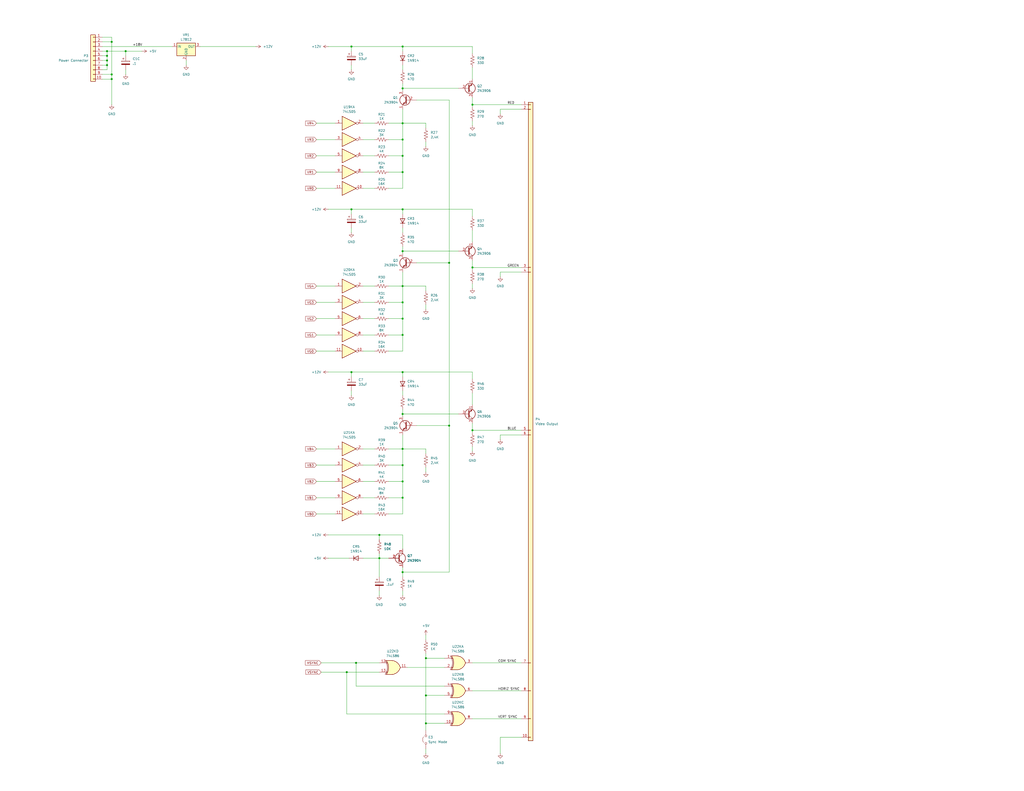
<source format=kicad_sch>
(kicad_sch (version 20231120) (generator "eeschema") (generator_version "8.0")
  (paper "C")
  (title_block (title "Exidy 440") (company "Exidy") (comment 1 "Anton Gale") (comment 4 "Video Output"))
  (lib_symbols
    (symbol "Conn_01x10_1" (pin_names (offset 1.016) hide)
      (property "Reference" "P4" (at 2.54 0.0001 0))
      (property "Value" "Video Output" (at 2.54 -2.5399 0))
      (symbol "Conn_01x10_1_1_1"
        (pin passive line (at -5.08 10.16 0) (length 3.81) (name "Pin_1") (number "1"))
        (pin passive line (at -5.08 -335.28 0) (length 3.81) (name "Pin_10") (number "10"))
        (pin passive line (at -5.08 7.62 0) (length 3.81) (name "Pin_2") (number "2"))
        (pin passive line (at -5.08 -78.74 0) (length 3.81) (name "Pin_3") (number "3"))
        (pin passive line (at -5.08 -81.28 0) (length 3.81) (name "Pin_4") (number "4"))
        (pin passive line (at -5.08 -167.64 0) (length 3.81) (name "Pin_5") (number "5"))
        (pin passive line (at -5.08 -170.18 0) (length 3.81) (name "Pin_6") (number "6"))
        (pin passive line (at -5.08 -294.64 0) (length 3.81) (name "Pin_7") (number "7"))
        (pin passive line (at -5.08 -309.88 0) (length 3.81) (name "Pin_8") (number "8"))
        (pin passive line (at -5.08 -325.12 0) (length 3.81) (name "Pin_9") (number "9"))
      )
    )
    (symbol "Connector_Generic:Conn_01x10" (pin_names (offset 1.016) hide)
      (property "Reference" "J" (at 0 12.7 0))
      (property "Value" "Conn_01x10" (at 0 -15.24 0))
      (symbol "Conn_01x10_1_1"
        (pin passive line (at -5.08 10.16 0) (length 3.81) (name "Pin_1") (number "1"))
        (pin passive line (at -5.08 -12.7 0) (length 3.81) (name "Pin_10") (number "10"))
        (pin passive line (at -5.08 7.62 0) (length 3.81) (name "Pin_2") (number "2"))
        (pin passive line (at -5.08 5.08 0) (length 3.81) (name "Pin_3") (number "3"))
        (pin passive line (at -5.08 2.54 0) (length 3.81) (name "Pin_4") (number "4"))
        (pin passive line (at -5.08 0 0) (length 3.81) (name "Pin_5") (number "5"))
        (pin passive line (at -5.08 -2.54 0) (length 3.81) (name "Pin_6") (number "6"))
        (pin passive line (at -5.08 -5.08 0) (length 3.81) (name "Pin_7") (number "7"))
        (pin passive line (at -5.08 -7.62 0) (length 3.81) (name "Pin_8") (number "8"))
        (pin passive line (at -5.08 -10.16 0) (length 3.81) (name "Pin_9") (number "9"))
      )
    )
    (symbol "Device:C_Polarized" (pin_numbers hide) (pin_names (offset 0.254))
      (property "Reference" "C" (at 0.635 2.54 0))
      (property "Value" "C_Polarized" (at 0.635 -2.54 0))
      (symbol "C_Polarized_1_1"
        (pin passive line (at 0 3.81 270) (length 2.794) (name "~") (number "1"))
        (pin passive line (at 0 -3.81 90) (length 2.794) (name "~") (number "2"))
      )
    )
    (symbol "Device:R_US" (pin_numbers hide) (pin_names (offset 0))
      (property "Reference" "R" (at 2.54 0 90))
      (property "Value" "R_US" (at -2.54 0 90))
      (symbol "R_US_1_1"
        (pin passive line (at 0 3.81 270) (length 1.27) (name "~") (number "1"))
        (pin passive line (at 0 -3.81 90) (length 1.27) (name "~") (number "2"))
      )
    )
    (symbol "Diode:1N914" (pin_numbers hide) (pin_names hide)
      (property "Reference" "D" (at 0 2.54 0))
      (property "Value" "1N914" (at 0 -2.54 0))
      (symbol "1N914_1_1"
        (pin passive line (at -3.81 0 0) (length 2.54) (name "K") (number "1"))
        (pin passive line (at 3.81 0 180) (length 2.54) (name "A") (number "2"))
      )
    )
    (symbol "Jumper:Jumper_2_Open" (pin_numbers hide) (pin_names (offset 0) hide) (exclude_from_sim yes)
      (property "Reference" "JP" (at 0 2.794 0))
      (property "Value" "Jumper_2_Open" (at 0 -2.286 0))
      (symbol "Jumper_2_Open_1_1"
        (pin passive line (at -5.08 0 0) (length 2.54) (name "A") (number "1"))
        (pin passive line (at 5.08 0 180) (length 2.54) (name "B") (number "2"))
      )
    )
    (symbol "Regulator_Linear:L7812" (pin_names (offset 0.254))
      (property "Reference" "U" (at -3.81 3.175 0))
      (property "Value" "L7812" (at 0 3.175 0))
      (symbol "L7812_1_1"
        (pin power_in line (at -7.62 0 0) (length 2.54) (name "IN") (number "1"))
        (pin power_in line (at 0 -7.62 90) (length 2.54) (name "GND") (number "2"))
        (pin power_out line (at 7.62 0 180) (length 2.54) (name "OUT") (number "3"))
      )
    )
    (symbol "Transistor_BJT:2N3904" (pin_names (offset 0) hide)
      (property "Reference" "Q" (at 5.08 1.905 0))
      (property "Value" "2N3904" (at 5.08 0 0))
      (symbol "2N3904_1_1"
        (pin passive line (at 2.54 -5.08 90) (length 2.54) (name "E") (number "1"))
        (pin passive line (at -5.08 0 0) (length 5.715) (name "B") (number "2"))
        (pin passive line (at 2.54 5.08 270) (length 2.54) (name "C") (number "3"))
      )
    )
    (symbol "Transistor_BJT:2N3906" (pin_names (offset 0) hide)
      (property "Reference" "Q" (at 5.08 1.905 0))
      (property "Value" "2N3906" (at 5.08 0 0))
      (symbol "2N3906_1_1"
        (pin passive line (at 2.54 -5.08 90) (length 2.54) (name "E") (number "1"))
        (pin input line (at -5.08 0 0) (length 5.715) (name "B") (number "2"))
        (pin passive line (at 2.54 5.08 270) (length 2.54) (name "C") (number "3"))
      )
    )
    (symbol "jt74:74LS05" (pin_names (offset 1.016))
      (property "Reference" "U" (at 0 1.27 0))
      (property "Value" "74LS05" (at 0 -1.27 0))
      (symbol "74LS05_1_0"
        (pin input line (at -7.62 0 0) (length 3.81) (name "~") (number "1"))
        (pin open_collector inverted (at 7.62 0 180) (length 3.81) (name "~") (number "2"))
      )
      (symbol "74LS05_2_0"
        (pin input line (at -7.62 0 0) (length 3.81) (name "~") (number "3"))
        (pin open_collector inverted (at 7.62 0 180) (length 3.81) (name "~") (number "4"))
      )
      (symbol "74LS05_3_0"
        (pin input line (at -7.62 0 0) (length 3.81) (name "~") (number "5"))
        (pin open_collector inverted (at 7.62 0 180) (length 3.81) (name "~") (number "6"))
      )
      (symbol "74LS05_4_0"
        (pin open_collector inverted (at 7.62 0 180) (length 3.81) (name "~") (number "8"))
        (pin input line (at -7.62 0 0) (length 3.81) (name "~") (number "9"))
      )
      (symbol "74LS05_5_0"
        (pin open_collector inverted (at 7.62 0 180) (length 3.81) (name "~") (number "10"))
        (pin input line (at -7.62 0 0) (length 3.81) (name "~") (number "11"))
      )
      (symbol "74LS05_6_0"
        (pin open_collector inverted (at 7.62 0 180) (length 3.81) (name "~") (number "12"))
        (pin input line (at -7.62 0 0) (length 3.81) (name "~") (number "13"))
      )
      (symbol "74LS05_7_0"
        (pin input line (at 0 12.7 270) (length 5.08) hide (name "VCC") (number "14"))
        (pin input line (at 0 -12.7 90) (length 5.08) hide (name "GND") (number "7"))
      )
    )
    (symbol "jt74:74LS86" (pin_names (offset 1.016))
      (property "Reference" "U" (at 0 1.27 0))
      (property "Value" "74LS86" (at 0 -1.27 0))
      (symbol "74LS86_1_0"
        (pin input line (at -7.62 2.54 0) (length 4.445) (name "~") (number "1"))
        (pin input line (at -7.62 -2.54 0) (length 4.445) (name "~") (number "2"))
        (pin output line (at 7.62 0 180) (length 3.81) (name "~") (number "3"))
      )
      (symbol "74LS86_2_0"
        (pin input line (at -7.62 2.54 0) (length 4.445) (name "~") (number "4"))
        (pin input line (at -7.62 -2.54 0) (length 4.445) (name "~") (number "5"))
        (pin output line (at 7.62 0 180) (length 3.81) (name "~") (number "6"))
      )
      (symbol "74LS86_3_0"
        (pin input line (at -7.62 -2.54 0) (length 4.445) (name "~") (number "10"))
        (pin output line (at 7.62 0 180) (length 3.81) (name "~") (number "8"))
        (pin input line (at -7.62 2.54 0) (length 4.445) (name "~") (number "9"))
      )
      (symbol "74LS86_4_0"
        (pin output line (at 7.62 0 180) (length 3.81) (name "~") (number "11"))
        (pin input line (at -7.62 2.54 0) (length 4.445) (name "~") (number "12"))
        (pin input line (at -7.62 -2.54 0) (length 4.445) (name "~") (number "13"))
      )
      (symbol "74LS86_5_0"
        (pin power_in line (at 0 7.62 270) (length 5.08) hide (name "VCC") (number "14"))
        (pin power_in line (at 0 -7.62 90) (length 5.08) hide (name "GND") (number "7"))
      )
      (symbol "74LS86_5_1"
        (text "+" (at 0 6.35 0) (effects (font (size 1.27 1.27))))
      )
    )
    (symbol "power:+12V" (power) (pin_numbers hide) (pin_names (offset 0) hide)
      (property "Value" "+12V" (at 0 3.556 0))
      (symbol "+12V_1_1"
        (pin power_in line (at 0 0 90) (length 0) (name "~") (number "1"))
      )
    )
    (symbol "power:+5V" (power) (pin_numbers hide) (pin_names (offset 0) hide)
      (property "Value" "+5V" (at 0 3.556 0))
      (symbol "+5V_1_1"
        (pin power_in line (at 0 0 90) (length 0) (name "~") (number "1"))
      )
    )
    (symbol "power:GND" (power) (pin_numbers hide) (pin_names (offset 0) hide)
      (property "Value" "GND" (at 0 -3.81 0))
      (symbol "GND_1_1"
        (pin power_in line (at 0 0 270) (length 0) (name "~") (number "1"))
      )
    )
  )
  (junction (at 219.71 254))
  (junction (at 257.81 234.95))
  (junction (at 219.71 226.06))
  (junction (at 219.71 25.4))
  (junction (at 191.77 25.4))
  (junction (at 257.81 57.15))
  (junction (at 219.71 262.89))
  (junction (at 219.71 48.26))
  (junction (at 219.71 173.99))
  (junction (at 219.71 93.98))
  (junction (at 191.77 203.2))
  (junction (at 60.96 40.64))
  (junction (at 58.42 35.56))
  (junction (at 191.77 114.3))
  (junction (at 219.71 245.11))
  (junction (at 245.11 232.41))
  (junction (at 219.71 67.31))
  (junction (at 245.11 143.51))
  (junction (at 194.31 361.95))
  (junction (at 219.71 156.21))
  (junction (at 207.01 292.1))
  (junction (at 219.71 271.78))
  (junction (at 219.71 182.88))
  (junction (at 219.71 76.2))
  (junction (at 219.71 312.42))
  (junction (at 60.96 22.86))
  (junction (at 58.42 27.94))
  (junction (at 189.23 367.03))
  (junction (at 232.41 379.73))
  (junction (at 257.81 146.05))
  (junction (at 219.71 137.16))
  (junction (at 219.71 203.2))
  (junction (at 219.71 114.3))
  (junction (at 232.41 394.97))
  (junction (at 219.71 85.09))
  (junction (at 58.42 30.48))
  (junction (at 232.41 359.41))
  (junction (at 207.01 304.8))
  (junction (at 58.42 33.02))
  (junction (at 219.71 165.1))
  (junction (at 68.58 27.94))
  (junction (at 60.96 43.18))
  (wire (pts (xy 55.88 20.32) (xy 60.96 20.32)))
  (wire (pts (xy 219.71 48.26) (xy 250.19 48.26)))
  (wire (pts (xy 219.71 25.4) (xy 257.81 25.4)))
  (wire (pts (xy 232.41 394.97) (xy 232.41 379.73)))
  (wire (pts (xy 212.09 254) (xy 219.71 254)))
  (wire (pts (xy 232.41 349.25) (xy 232.41 346.71)))
  (wire (pts (xy 179.07 203.2) (xy 191.77 203.2)))
  (wire (pts (xy 172.72 280.67) (xy 182.88 280.67)))
  (wire (pts (xy 198.12 93.98) (xy 204.47 93.98)))
  (wire (pts (xy 55.88 38.1) (xy 58.42 38.1)))
  (wire (pts (xy 175.26 361.95) (xy 194.31 361.95)))
  (wire (pts (xy 191.77 38.1) (xy 191.77 35.56)))
  (wire (pts (xy 58.42 33.02) (xy 58.42 30.48)))
  (wire (pts (xy 60.96 40.64) (xy 60.96 43.18)))
  (wire (pts (xy 219.71 213.36) (xy 219.71 215.9)))
  (wire (pts (xy 219.71 237.49) (xy 219.71 245.11)))
  (wire (pts (xy 257.81 125.73) (xy 257.81 132.08)))
  (wire (pts (xy 198.12 156.21) (xy 204.47 156.21)))
  (wire (pts (xy 207.01 304.8) (xy 207.01 302.26)))
  (wire (pts (xy 55.88 30.48) (xy 58.42 30.48)))
  (wire (pts (xy 227.33 143.51) (xy 245.11 143.51)))
  (wire (pts (xy 198.12 76.2) (xy 204.47 76.2)))
  (wire (pts (xy 232.41 408.94) (xy 232.41 411.48)))
  (wire (pts (xy 55.88 22.86) (xy 60.96 22.86)))
  (wire (pts (xy 219.71 203.2) (xy 257.81 203.2)))
  (wire (pts (xy 68.58 40.64) (xy 68.58 38.1)))
  (wire (pts (xy 191.77 203.2) (xy 219.71 203.2)))
  (wire (pts (xy 257.81 234.95) (xy 284.48 234.95)))
  (wire (pts (xy 219.71 114.3) (xy 257.81 114.3)))
  (wire (pts (xy 227.33 232.41) (xy 245.11 232.41)))
  (wire (pts (xy 175.26 367.03) (xy 189.23 367.03)))
  (wire (pts (xy 207.01 325.12) (xy 207.01 322.58)))
  (wire (pts (xy 245.11 232.41) (xy 245.11 312.42)))
  (wire (pts (xy 55.88 33.02) (xy 58.42 33.02)))
  (wire (pts (xy 219.71 254) (xy 219.71 262.89)))
  (wire (pts (xy 109.22 25.4) (xy 139.7 25.4)))
  (wire (pts (xy 179.07 304.8) (xy 190.5 304.8)))
  (wire (pts (xy 212.09 191.77) (xy 219.71 191.77)))
  (wire (pts (xy 257.81 142.24) (xy 257.81 146.05)))
  (wire (pts (xy 232.41 394.97) (xy 232.41 398.78)))
  (wire (pts (xy 212.09 156.21) (xy 219.71 156.21)))
  (wire (pts (xy 212.09 262.89) (xy 219.71 262.89)))
  (wire (pts (xy 232.41 379.73) (xy 242.57 379.73)))
  (wire (pts (xy 219.71 48.26) (xy 219.71 49.53)))
  (wire (pts (xy 212.09 304.8) (xy 207.01 304.8)))
  (wire (pts (xy 172.72 102.87) (xy 182.88 102.87)))
  (wire (pts (xy 198.12 280.67) (xy 204.47 280.67)))
  (wire (pts (xy 273.05 148.59) (xy 273.05 151.13)))
  (wire (pts (xy 257.81 146.05) (xy 284.48 146.05)))
  (wire (pts (xy 191.77 215.9) (xy 191.77 213.36)))
  (wire (pts (xy 194.31 374.65) (xy 194.31 361.95)))
  (wire (pts (xy 219.71 309.88) (xy 219.71 312.42)))
  (wire (pts (xy 212.09 102.87) (xy 219.71 102.87)))
  (wire (pts (xy 172.72 85.09) (xy 182.88 85.09)))
  (wire (pts (xy 198.12 262.89) (xy 204.47 262.89)))
  (wire (pts (xy 198.12 271.78) (xy 204.47 271.78)))
  (wire (pts (xy 273.05 59.69) (xy 273.05 62.23)))
  (wire (pts (xy 198.12 173.99) (xy 204.47 173.99)))
  (wire (pts (xy 207.01 314.96) (xy 207.01 304.8)))
  (wire (pts (xy 257.81 214.63) (xy 257.81 220.98)))
  (wire (pts (xy 284.48 402.59) (xy 273.05 402.59)))
  (wire (pts (xy 189.23 389.89) (xy 189.23 367.03)))
  (wire (pts (xy 198.12 182.88) (xy 204.47 182.88)))
  (wire (pts (xy 101.6 35.56) (xy 101.6 33.02)))
  (wire (pts (xy 58.42 27.94) (xy 58.42 30.48)))
  (wire (pts (xy 219.71 67.31) (xy 232.41 67.31)))
  (wire (pts (xy 212.09 173.99) (xy 219.71 173.99)))
  (wire (pts (xy 207.01 292.1) (xy 219.71 292.1)))
  (wire (pts (xy 219.71 156.21) (xy 219.71 165.1)))
  (wire (pts (xy 194.31 361.95) (xy 207.01 361.95)))
  (wire (pts (xy 257.81 147.32) (xy 257.81 146.05)))
  (wire (pts (xy 212.09 165.1) (xy 219.71 165.1)))
  (wire (pts (xy 172.72 182.88) (xy 182.88 182.88)))
  (wire (pts (xy 172.72 271.78) (xy 182.88 271.78)))
  (wire (pts (xy 55.88 40.64) (xy 60.96 40.64)))
  (wire (pts (xy 284.48 148.59) (xy 273.05 148.59)))
  (wire (pts (xy 242.57 389.89) (xy 189.23 389.89)))
  (wire (pts (xy 172.72 93.98) (xy 182.88 93.98)))
  (wire (pts (xy 242.57 374.65) (xy 194.31 374.65)))
  (wire (pts (xy 257.81 25.4) (xy 257.81 29.21)))
  (wire (pts (xy 222.25 364.49) (xy 242.57 364.49)))
  (wire (pts (xy 212.09 182.88) (xy 219.71 182.88)))
  (wire (pts (xy 191.77 25.4) (xy 191.77 27.94)))
  (wire (pts (xy 172.72 245.11) (xy 182.88 245.11)))
  (wire (pts (xy 219.71 173.99) (xy 219.71 182.88)))
  (wire (pts (xy 257.81 157.48) (xy 257.81 154.94)))
  (wire (pts (xy 172.72 191.77) (xy 182.88 191.77)))
  (wire (pts (xy 219.71 182.88) (xy 219.71 191.77)))
  (wire (pts (xy 191.77 127) (xy 191.77 124.46)))
  (wire (pts (xy 242.57 394.97) (xy 232.41 394.97)))
  (wire (pts (xy 219.71 156.21) (xy 232.41 156.21)))
  (wire (pts (xy 257.81 231.14) (xy 257.81 234.95)))
  (wire (pts (xy 257.81 361.95) (xy 284.48 361.95)))
  (wire (pts (xy 207.01 294.64) (xy 207.01 292.1)))
  (wire (pts (xy 219.71 124.46) (xy 219.71 127)))
  (wire (pts (xy 232.41 69.85) (xy 232.41 67.31)))
  (wire (pts (xy 172.72 76.2) (xy 182.88 76.2)))
  (wire (pts (xy 232.41 247.65) (xy 232.41 245.11)))
  (wire (pts (xy 219.71 137.16) (xy 250.19 137.16)))
  (wire (pts (xy 257.81 57.15) (xy 284.48 57.15)))
  (wire (pts (xy 219.71 148.59) (xy 219.71 156.21)))
  (wire (pts (xy 172.72 156.21) (xy 182.88 156.21)))
  (wire (pts (xy 212.09 93.98) (xy 219.71 93.98)))
  (wire (pts (xy 273.05 237.49) (xy 273.05 240.03)))
  (wire (pts (xy 242.57 359.41) (xy 232.41 359.41)))
  (wire (pts (xy 55.88 35.56) (xy 58.42 35.56)))
  (wire (pts (xy 68.58 27.94) (xy 68.58 30.48)))
  (wire (pts (xy 219.71 226.06) (xy 250.19 226.06)))
  (wire (pts (xy 55.88 25.4) (xy 93.98 25.4)))
  (wire (pts (xy 198.12 102.87) (xy 204.47 102.87)))
  (wire (pts (xy 198.12 191.77) (xy 204.47 191.77)))
  (wire (pts (xy 219.71 76.2) (xy 219.71 85.09)))
  (wire (pts (xy 219.71 59.69) (xy 219.71 67.31)))
  (wire (pts (xy 172.72 67.31) (xy 182.88 67.31)))
  (wire (pts (xy 232.41 168.91) (xy 232.41 166.37)))
  (wire (pts (xy 257.81 377.19) (xy 284.48 377.19)))
  (wire (pts (xy 198.12 254) (xy 204.47 254)))
  (wire (pts (xy 219.71 85.09) (xy 219.71 93.98)))
  (wire (pts (xy 55.88 43.18) (xy 60.96 43.18)))
  (wire (pts (xy 257.81 203.2) (xy 257.81 207.01)))
  (wire (pts (xy 232.41 80.01) (xy 232.41 77.47)))
  (wire (pts (xy 219.71 245.11) (xy 219.71 254)))
  (wire (pts (xy 219.71 262.89) (xy 219.71 271.78)))
  (wire (pts (xy 58.42 27.94) (xy 68.58 27.94)))
  (wire (pts (xy 232.41 257.81) (xy 232.41 255.27)))
  (wire (pts (xy 219.71 165.1) (xy 219.71 173.99)))
  (wire (pts (xy 219.71 67.31) (xy 219.71 76.2)))
  (wire (pts (xy 198.12 245.11) (xy 204.47 245.11)))
  (wire (pts (xy 191.77 25.4) (xy 219.71 25.4)))
  (wire (pts (xy 257.81 246.38) (xy 257.81 243.84)))
  (wire (pts (xy 219.71 314.96) (xy 219.71 312.42)))
  (wire (pts (xy 257.81 392.43) (xy 284.48 392.43)))
  (wire (pts (xy 257.81 53.34) (xy 257.81 57.15)))
  (wire (pts (xy 219.71 137.16) (xy 219.71 138.43)))
  (wire (pts (xy 212.09 280.67) (xy 219.71 280.67)))
  (wire (pts (xy 191.77 203.2) (xy 191.77 205.74)))
  (wire (pts (xy 198.12 304.8) (xy 207.01 304.8)))
  (wire (pts (xy 257.81 68.58) (xy 257.81 66.04)))
  (wire (pts (xy 257.81 36.83) (xy 257.81 43.18)))
  (wire (pts (xy 55.88 27.94) (xy 58.42 27.94)))
  (wire (pts (xy 257.81 114.3) (xy 257.81 118.11)))
  (wire (pts (xy 191.77 114.3) (xy 219.71 114.3)))
  (wire (pts (xy 219.71 93.98) (xy 219.71 102.87)))
  (wire (pts (xy 273.05 402.59) (xy 273.05 411.48)))
  (wire (pts (xy 212.09 271.78) (xy 219.71 271.78)))
  (wire (pts (xy 219.71 27.94) (xy 219.71 25.4)))
  (wire (pts (xy 172.72 165.1) (xy 182.88 165.1)))
  (wire (pts (xy 284.48 237.49) (xy 273.05 237.49)))
  (wire (pts (xy 172.72 262.89) (xy 182.88 262.89)))
  (wire (pts (xy 232.41 158.75) (xy 232.41 156.21)))
  (wire (pts (xy 245.11 54.61) (xy 245.11 143.51)))
  (wire (pts (xy 245.11 143.51) (xy 245.11 232.41)))
  (wire (pts (xy 198.12 67.31) (xy 204.47 67.31)))
  (wire (pts (xy 212.09 76.2) (xy 219.71 76.2)))
  (wire (pts (xy 219.71 45.72) (xy 219.71 48.26)))
  (wire (pts (xy 219.71 325.12) (xy 219.71 322.58)))
  (wire (pts (xy 172.72 254) (xy 182.88 254)))
  (wire (pts (xy 60.96 22.86) (xy 60.96 40.64)))
  (wire (pts (xy 179.07 292.1) (xy 207.01 292.1)))
  (wire (pts (xy 198.12 165.1) (xy 204.47 165.1)))
  (wire (pts (xy 172.72 173.99) (xy 182.88 173.99)))
  (wire (pts (xy 257.81 236.22) (xy 257.81 234.95)))
  (wire (pts (xy 219.71 226.06) (xy 219.71 227.33)))
  (wire (pts (xy 219.71 205.74) (xy 219.71 203.2)))
  (wire (pts (xy 219.71 134.62) (xy 219.71 137.16)))
  (wire (pts (xy 219.71 245.11) (xy 232.41 245.11)))
  (wire (pts (xy 257.81 58.42) (xy 257.81 57.15)))
  (wire (pts (xy 219.71 35.56) (xy 219.71 38.1)))
  (wire (pts (xy 179.07 25.4) (xy 191.77 25.4)))
  (wire (pts (xy 189.23 367.03) (xy 207.01 367.03)))
  (wire (pts (xy 198.12 85.09) (xy 204.47 85.09)))
  (wire (pts (xy 227.33 54.61) (xy 245.11 54.61)))
  (wire (pts (xy 60.96 20.32) (xy 60.96 22.86)))
  (wire (pts (xy 232.41 356.87) (xy 232.41 359.41)))
  (wire (pts (xy 284.48 59.69) (xy 273.05 59.69)))
  (wire (pts (xy 212.09 67.31) (xy 219.71 67.31)))
  (wire (pts (xy 58.42 38.1) (xy 58.42 35.56)))
  (wire (pts (xy 212.09 85.09) (xy 219.71 85.09)))
  (wire (pts (xy 68.58 27.94) (xy 77.47 27.94)))
  (wire (pts (xy 58.42 35.56) (xy 58.42 33.02)))
  (wire (pts (xy 232.41 359.41) (xy 232.41 379.73)))
  (wire (pts (xy 219.71 223.52) (xy 219.71 226.06)))
  (wire (pts (xy 219.71 299.72) (xy 219.71 292.1)))
  (wire (pts (xy 219.71 271.78) (xy 219.71 280.67)))
  (wire (pts (xy 191.77 114.3) (xy 191.77 116.84)))
  (wire (pts (xy 245.11 312.42) (xy 219.71 312.42)))
  (wire (pts (xy 219.71 116.84) (xy 219.71 114.3)))
  (wire (pts (xy 179.07 114.3) (xy 191.77 114.3)))
  (wire (pts (xy 60.96 43.18) (xy 60.96 57.15)))
  (wire (pts (xy 212.09 245.11) (xy 219.71 245.11)))
  (label "GREEN" (at 276.86 146.05 0))
  (label "COM SYNC" (at 271.78 361.95 0))
  (label "+18V" (at 72.39 25.4 0))
  (label "BLUE" (at 276.86 234.95 0))
  (label "RED" (at 276.86 57.15 0))
  (label "HORIZ SYNC" (at 271.78 377.19 0))
  (label "VERT SYNC" (at 271.78 392.43 0))
  (global_label "VB1" (shape input) (at 172.72 271.78 180) (property "Intersheetrefs" "${INTERSHEET_REFS}" (at 166.1667 271.78 0) (effects (justify right))))
  (global_label "VG1" (shape input) (at 172.72 182.88 180) (property "Intersheetrefs" "${INTERSHEET_REFS}" (at 166.1667 182.88 0) (effects (justify right))))
  (global_label "VR1" (shape input) (at 172.72 93.98 180) (property "Intersheetrefs" "${INTERSHEET_REFS}" (at 166.1667 93.98 0) (effects (justify right))))
  (global_label "VSYNC" (shape input) (at 175.26 367.03 180) (property "Intersheetrefs" "${INTERSHEET_REFS}" (at 166.2876 367.03 0) (effects (justify right))))
  (global_label "VR3" (shape input) (at 172.72 76.2 180) (property "Intersheetrefs" "${INTERSHEET_REFS}" (at 166.1667 76.2 0) (effects (justify right))))
  (global_label "VB2" (shape input) (at 172.72 262.89 180) (property "Intersheetrefs" "${INTERSHEET_REFS}" (at 166.1667 262.89 0) (effects (justify right))))
  (global_label "VG3" (shape input) (at 172.72 165.1 180) (property "Intersheetrefs" "${INTERSHEET_REFS}" (at 166.1667 165.1 0) (effects (justify right))))
  (global_label "VB3" (shape input) (at 172.72 254 180) (property "Intersheetrefs" "${INTERSHEET_REFS}" (at 166.1667 254 0) (effects (justify right))))
  (global_label "VB0" (shape input) (at 172.72 280.67 180) (property "Intersheetrefs" "${INTERSHEET_REFS}" (at 166.1667 280.67 0) (effects (justify right))))
  (global_label "VB4" (shape input) (at 172.72 245.11 180) (property "Intersheetrefs" "${INTERSHEET_REFS}" (at 166.1667 245.11 0) (effects (justify right))))
  (global_label "HSYNC" (shape input) (at 175.26 361.95 180) (property "Intersheetrefs" "${INTERSHEET_REFS}" (at 166.0457 361.95 0) (effects (justify right))))
  (global_label "VR2" (shape input) (at 172.72 85.09 180) (property "Intersheetrefs" "${INTERSHEET_REFS}" (at 166.1667 85.09 0) (effects (justify right))))
  (global_label "VR4" (shape input) (at 172.72 67.31 180) (property "Intersheetrefs" "${INTERSHEET_REFS}" (at 166.1667 67.31 0) (effects (justify right))))
  (global_label "VG0" (shape input) (at 172.72 191.77 180) (property "Intersheetrefs" "${INTERSHEET_REFS}" (at 166.1667 191.77 0) (effects (justify right))))
  (global_label "VG2" (shape input) (at 172.72 173.99 180) (property "Intersheetrefs" "${INTERSHEET_REFS}" (at 166.1667 173.99 0) (effects (justify right))))
  (global_label "VG4" (shape input) (at 172.72 156.21 180) (property "Intersheetrefs" "${INTERSHEET_REFS}" (at 166.1667 156.21 0) (effects (justify right))))
  (global_label "VR0" (shape input) (at 172.72 102.87 180) (property "Intersheetrefs" "${INTERSHEET_REFS}" (at 166.1667 102.87 0) (effects (justify right))))
  (symbol (lib_id "power:GND") (at 232.41 168.91 0) (unit 1)
    (property "Reference" "#PWR0106" (effects (hide yes)))
    (property "Value" "GND" (at 232.41 173.99 0))
    (property "Description" "Power symbol creates a global label with name \"GND\" , ground" (effects (hide yes)))
  )
  (symbol (lib_id "power:+12V") (at 179.07 25.4 90) (unit 1)
    (property "Reference" "#PWR095" (effects (hide yes)))
    (property "Value" "+12V" (at 175.26 25.3999 90) (effects (justify left)))
    (property "Description" "Power symbol creates a global label with name \"+12V\"" (effects (hide yes)))
  )
  (symbol (lib_id "Transistor_BJT:2N3904") (at 222.25 54.61 0) (mirror y) (unit 1)
    (property "Reference" "Q1" (at 217.17 53.3399 0) (effects (justify left)))
    (property "Value" "2N3904" (at 217.17 55.8799 0) (effects (justify left)))
    (property "Footprint" "Package_TO_SOT_THT:TO-92_Inline" (effects (hide yes)))
    (property "Datasheet" "https://www.onsemi.com/pub/Collateral/2N3903-D.PDF" (effects (hide yes)))
    (property "Description" "0.2A Ic, 40V Vce, Small Signal NPN Transistor, TO-92" (effects (hide yes)))
  )
  (symbol (lib_id "power:GND") (at 232.41 80.01 0) (unit 1)
    (property "Reference" "#PWR0105" (effects (hide yes)))
    (property "Value" "GND" (at 232.41 85.09 0))
    (property "Description" "Power symbol creates a global label with name \"GND\" , ground" (effects (hide yes)))
  )
  (symbol (lib_id "Device:R_US") (at 208.28 254 90) (unit 1)
    (property "Reference" "R40" (at 208.28 249.174 90))
    (property "Value" "3K" (at 208.28 251.46 90))
    (property "Description" "Resistor, US symbol" (effects (hide yes)))
  )
  (symbol (lib_id "power:+12V") (at 179.07 114.3 90) (unit 1)
    (property "Reference" "#PWR096" (effects (hide yes)))
    (property "Value" "+12V" (at 175.26 114.2999 90) (effects (justify left)))
    (property "Description" "Power symbol creates a global label with name \"+12V\"" (effects (hide yes)))
  )
  (symbol (lib_id "Transistor_BJT:2N3906") (at 255.27 137.16 0) (mirror x) (unit 1)
    (property "Reference" "Q4" (at 260.35 135.8899 0) (effects (justify left)))
    (property "Value" "2N3906" (at 260.35 138.4299 0) (effects (justify left)))
    (property "Footprint" "Package_TO_SOT_THT:TO-92_Inline" (effects (hide yes)))
    (property "Datasheet" "https://www.onsemi.com/pub/Collateral/2N3906-D.PDF" (effects (hide yes)))
    (property "Description" "-0.2A Ic, -40V Vce, Small Signal PNP Transistor, TO-92" (effects (hide yes)))
  )
  (symbol (lib_id "jt74:74LS86") (at 250.19 377.19 0) (unit 2)
    (property "Reference" "U22K" (at 249.8852 368.3 0))
    (property "Value" "74LS86" (at 249.8852 370.84 0))
    (property "Datasheet" "74xx/74ls86.pdf" (effects (hide yes)))
    (property "Description" "Quad 2-input XOR" (effects (hide yes)))
  )
  (symbol (lib_id "Device:R_US") (at 257.81 121.92 0) (unit 1)
    (property "Reference" "R37" (at 260.35 120.6499 0) (effects (justify left)))
    (property "Value" "330" (at 260.35 123.1899 0) (effects (justify left)))
    (property "Description" "Resistor, US symbol" (effects (hide yes)))
  )
  (symbol (lib_id "Device:C_Polarized") (at 207.01 318.77 0) (unit 1)
    (property "Reference" "C8" (at 210.82 316.6109 0) (effects (justify left)))
    (property "Value" ".1uF" (at 210.82 319.1509 0) (effects (justify left)))
    (property "Description" "Polarized capacitor" (effects (hide yes)))
  )
  (symbol (lib_id "Device:R_US") (at 208.28 271.78 90) (unit 1)
    (property "Reference" "R42" (at 208.28 266.954 90))
    (property "Value" "8K" (at 208.28 269.24 90))
    (property "Description" "Resistor, US symbol" (effects (hide yes)))
  )
  (symbol (lib_id "power:GND") (at 191.77 38.1 0) (unit 1)
    (property "Reference" "#PWR0100" (effects (hide yes)))
    (property "Value" "GND" (at 191.77 43.18 0))
    (property "Description" "Power symbol creates a global label with name \"GND\" , ground" (effects (hide yes)))
  )
  (symbol (lib_id "Device:R_US") (at 257.81 151.13 0) (unit 1)
    (property "Reference" "R38" (at 260.35 149.8599 0) (effects (justify left)))
    (property "Value" "270" (at 260.35 152.3999 0) (effects (justify left)))
    (property "Description" "Resistor, US symbol" (effects (hide yes)))
  )
  (symbol (lib_id "Device:R_US") (at 257.81 33.02 0) (unit 1)
    (property "Reference" "R28" (at 260.35 31.7499 0) (effects (justify left)))
    (property "Value" "330" (at 260.35 34.2899 0) (effects (justify left)))
    (property "Description" "Resistor, US symbol" (effects (hide yes)))
  )
  (symbol (lib_id "jt74:74LS86") (at 214.63 364.49 0) (unit 4)
    (property "Reference" "U22K" (at 214.3252 355.6 0))
    (property "Value" "74LS86" (at 214.3252 358.14 0))
    (property "Datasheet" "74xx/74ls86.pdf" (effects (hide yes)))
    (property "Description" "Quad 2-input XOR" (effects (hide yes)))
  )
  (symbol (lib_id "Device:R_US") (at 232.41 353.06 0) (unit 1)
    (property "Reference" "R50" (at 234.95 351.7899 0) (effects (justify left)))
    (property "Value" "1K" (at 234.95 354.3299 0) (effects (justify left)))
    (property "Description" "Resistor, US symbol" (effects (hide yes)))
  )
  (symbol (lib_id "jt74:74LS05") (at 190.5 85.09 0) (unit 3)
    (property "Reference" "U19K" (effects (hide yes)))
    (property "Value" "74LS05" (effects (hide yes)))
    (property "Datasheet" "http://www.ti.com/lit/gpn/sn74LS05" (effects (hide yes)))
    (property "Description" "Inverter Open Collect" (effects (hide yes)))
  )
  (symbol (lib_id "jt74:74LS86") (at 250.19 361.95 0) (unit 1)
    (property "Reference" "U22K" (at 249.8852 353.06 0))
    (property "Value" "74LS86" (at 249.8852 355.6 0))
    (property "Datasheet" "74xx/74ls86.pdf" (effects (hide yes)))
    (property "Description" "Quad 2-input XOR" (effects (hide yes)))
  )
  (symbol (lib_id "power:+12V") (at 139.7 25.4 270) (mirror x) (unit 1)
    (property "Reference" "#PWR094" (effects (hide yes)))
    (property "Value" "+12V" (at 143.51 25.3999 90) (effects (justify left)))
    (property "Description" "Power symbol creates a global label with name \"+12V\"" (effects (hide yes)))
  )
  (symbol (lib_id "power:GND") (at 273.05 411.48 0) (unit 1)
    (property "Reference" "#PWR0137" (effects (hide yes)))
    (property "Value" "GND" (at 273.05 416.56 0))
    (property "Description" "Power symbol creates a global label with name \"GND\" , ground" (effects (hide yes)))
  )
  (symbol (lib_id "power:GND") (at 273.05 151.13 0) (unit 1)
    (property "Reference" "#PWR0118" (effects (hide yes)))
    (property "Value" "GND" (at 273.05 156.21 0))
    (property "Description" "Power symbol creates a global label with name \"GND\" , ground" (effects (hide yes)))
  )
  (symbol (lib_id "power:GND") (at 273.05 240.03 0) (unit 1)
    (property "Reference" "#PWR0135" (effects (hide yes)))
    (property "Value" "GND" (at 273.05 245.11 0))
    (property "Description" "Power symbol creates a global label with name \"GND\" , ground" (effects (hide yes)))
  )
  (symbol (lib_id "power:GND") (at 273.05 62.23 0) (unit 1)
    (property "Reference" "#PWR0115" (effects (hide yes)))
    (property "Value" "GND" (at 273.05 67.31 0))
    (property "Description" "Power symbol creates a global label with name \"GND\" , ground" (effects (hide yes)))
  )
  (symbol (lib_id "power:GND") (at 257.81 68.58 0) (unit 1)
    (property "Reference" "#PWR0110" (effects (hide yes)))
    (property "Value" "GND" (at 257.81 73.66 0))
    (property "Description" "Power symbol creates a global label with name \"GND\" , ground" (effects (hide yes)))
  )
  (symbol (lib_id "Device:R_US") (at 207.01 298.45 0) (unit 1)
    (property "Reference" "R48" (at 209.55 297.1799 0) (effects (justify left)))
    (property "Value" "10K" (at 209.55 299.7199 0) (effects (justify left)))
    (property "Description" "Resistor, US symbol" (effects (hide yes)))
  )
  (symbol (lib_id "Device:R_US") (at 257.81 210.82 0) (unit 1)
    (property "Reference" "R46" (at 260.35 209.5499 0) (effects (justify left)))
    (property "Value" "330" (at 260.35 212.0899 0) (effects (justify left)))
    (property "Description" "Resistor, US symbol" (effects (hide yes)))
  )
  (symbol (lib_id "Device:R_US") (at 208.28 76.2 90) (unit 1)
    (property "Reference" "R22" (at 208.28 71.374 90))
    (property "Value" "3K" (at 208.28 73.66 90))
    (property "Description" "Resistor, US symbol" (effects (hide yes)))
  )
  (symbol (lib_id "Device:R_US") (at 219.71 130.81 0) (unit 1)
    (property "Reference" "R35" (at 222.25 129.5399 0) (effects (justify left)))
    (property "Value" "470" (at 222.25 132.0799 0) (effects (justify left)))
    (property "Description" "Resistor, US symbol" (effects (hide yes)))
  )
  (symbol (lib_id "jt74:74LS05") (at 190.5 67.31 0) (unit 1)
    (property "Reference" "U19K" (at 190.5 58.42 0))
    (property "Value" "74LS05" (at 190.5 60.96 0))
    (property "Datasheet" "http://www.ti.com/lit/gpn/sn74LS05" (effects (hide yes)))
    (property "Description" "Inverter Open Collect" (effects (hide yes)))
  )
  (symbol (lib_id "power:GND") (at 60.96 57.15 0) (unit 1)
    (property "Reference" "#PWR090" (effects (hide yes)))
    (property "Value" "GND" (at 60.96 62.23 0))
    (property "Description" "Power symbol creates a global label with name \"GND\" , ground" (effects (hide yes)))
  )
  (symbol (lib_id "Transistor_BJT:2N3904") (at 222.25 232.41 0) (mirror y) (unit 1)
    (property "Reference" "Q5" (at 217.17 231.1399 0) (effects (justify left)))
    (property "Value" "2N3904" (at 217.17 233.6799 0) (effects (justify left)))
    (property "Footprint" "Package_TO_SOT_THT:TO-92_Inline" (effects (hide yes)))
    (property "Datasheet" "https://www.onsemi.com/pub/Collateral/2N3903-D.PDF" (effects (hide yes)))
    (property "Description" "0.2A Ic, 40V Vce, Small Signal NPN Transistor, TO-92" (effects (hide yes)))
  )
  (symbol (lib_id "Device:R_US") (at 219.71 219.71 0) (unit 1)
    (property "Reference" "R44" (at 222.25 218.4399 0) (effects (justify left)))
    (property "Value" "470" (at 222.25 220.9799 0) (effects (justify left)))
    (property "Description" "Resistor, US symbol" (effects (hide yes)))
  )
  (symbol (lib_id "Device:R_US") (at 208.28 165.1 90) (unit 1)
    (property "Reference" "R31" (at 208.28 160.274 90))
    (property "Value" "3K" (at 208.28 162.56 90))
    (property "Description" "Resistor, US symbol" (effects (hide yes)))
  )
  (symbol (lib_id "jt74:74LS05") (at 190.5 173.99 0) (unit 3)
    (property "Reference" "U20K" (effects (hide yes)))
    (property "Value" "74LS05" (effects (hide yes)))
    (property "Datasheet" "http://www.ti.com/lit/gpn/sn74LS05" (effects (hide yes)))
    (property "Description" "Inverter Open Collect" (effects (hide yes)))
  )
  (symbol (lib_id "Device:R_US") (at 208.28 245.11 90) (unit 1)
    (property "Reference" "R39" (at 208.28 240.284 90))
    (property "Value" "1K" (at 208.28 242.57 90))
    (property "Description" "Resistor, US symbol" (effects (hide yes)))
  )
  (symbol (lib_id "jt74:74LS05") (at 190.5 245.11 0) (unit 1)
    (property "Reference" "U21K" (at 190.5 236.22 0))
    (property "Value" "74LS05" (at 190.5 238.76 0))
    (property "Datasheet" "http://www.ti.com/lit/gpn/sn74LS05" (effects (hide yes)))
    (property "Description" "Inverter Open Collect" (effects (hide yes)))
  )
  (symbol (lib_id "power:GND") (at 257.81 157.48 0) (unit 1)
    (property "Reference" "#PWR0111" (effects (hide yes)))
    (property "Value" "GND" (at 257.81 162.56 0))
    (property "Description" "Power symbol creates a global label with name \"GND\" , ground" (effects (hide yes)))
  )
  (symbol (lib_id "jt74:74LS05") (at 190.5 165.1 0) (unit 2)
    (property "Reference" "U20K" (effects (hide yes)))
    (property "Value" "74LS05" (effects (hide yes)))
    (property "Datasheet" "http://www.ti.com/lit/gpn/sn74LS05" (effects (hide yes)))
    (property "Description" "Inverter Open Collect" (effects (hide yes)))
  )
  (symbol (lib_id "Diode:1N914") (at 219.71 209.55 90) (unit 1)
    (property "Reference" "CR4" (at 222.25 208.2799 90) (effects (justify right)))
    (property "Value" "1N914" (at 222.25 210.8199 90) (effects (justify right)))
    (property "Footprint" "Diode_THT:D_DO-35_SOD27_P7.62mm_Horizontal" (effects (hide yes)))
    (property "Datasheet" "http://www.vishay.com/docs/85622/1n914.pdf" (effects (hide yes)))
    (property "Description" "100V 0.3A Small Signal Fast Switching Diode, DO-35" (effects (hide yes)))
    (property "Sim.Device" "D" (effects (hide yes)))
    (property "Sim.Pins" "1=K 2=A" (effects (hide yes)))
  )
  (symbol (lib_id "power:GND") (at 68.58 40.64 0) (unit 1)
    (property "Reference" "#PWR091" (effects (hide yes)))
    (property "Value" "GND" (at 68.58 45.72 0))
    (property "Description" "Power symbol creates a global label with name \"GND\" , ground" (effects (hide yes)))
  )
  (symbol (lib_id "jt74:74LS05") (at 190.5 156.21 0) (unit 1)
    (property "Reference" "U20K" (at 190.5 147.32 0))
    (property "Value" "74LS05" (at 190.5 149.86 0))
    (property "Datasheet" "http://www.ti.com/lit/gpn/sn74LS05" (effects (hide yes)))
    (property "Description" "Inverter Open Collect" (effects (hide yes)))
  )
  (symbol (lib_id "power:GND") (at 232.41 411.48 0) (unit 1)
    (property "Reference" "#PWR0109" (effects (hide yes)))
    (property "Value" "GND" (at 232.41 416.56 0))
    (property "Description" "Power symbol creates a global label with name \"GND\" , ground" (effects (hide yes)))
  )
  (symbol (lib_id "jt74:74LS05") (at 190.5 102.87 0) (unit 5)
    (property "Reference" "U19K" (effects (hide yes)))
    (property "Value" "74LS05" (effects (hide yes)))
    (property "Datasheet" "http://www.ti.com/lit/gpn/sn74LS05" (effects (hide yes)))
    (property "Description" "Inverter Open Collect" (effects (hide yes)))
  )
  (symbol (lib_id "Device:R_US") (at 208.28 280.67 90) (unit 1)
    (property "Reference" "R43" (at 208.28 275.844 90))
    (property "Value" "16K" (at 208.28 278.13 90))
    (property "Description" "Resistor, US symbol" (effects (hide yes)))
  )
  (symbol (lib_id "Device:R_US") (at 232.41 162.56 0) (unit 1)
    (property "Reference" "R26" (at 234.95 161.2899 0) (effects (justify left)))
    (property "Value" "2.4K" (at 234.95 163.8299 0) (effects (justify left)))
    (property "Description" "Resistor, US symbol" (effects (hide yes)))
  )
  (symbol (lib_id "Device:R_US") (at 208.28 102.87 90) (unit 1)
    (property "Reference" "R25" (at 208.28 98.044 90))
    (property "Value" "16K" (at 208.28 100.33 90))
    (property "Description" "Resistor, US symbol" (effects (hide yes)))
  )
  (symbol (lib_id "jt74:74LS05") (at 190.5 271.78 0) (unit 4)
    (property "Reference" "U21K" (effects (hide yes)))
    (property "Value" "74LS05" (effects (hide yes)))
    (property "Datasheet" "http://www.ti.com/lit/gpn/sn74LS05" (effects (hide yes)))
    (property "Description" "Inverter Open Collect" (effects (hide yes)))
  )
  (symbol (lib_id "Transistor_BJT:2N3904") (at 217.17 304.8 0) (unit 1)
    (property "Reference" "Q7" (at 222.25 303.5299 0) (effects (justify left)))
    (property "Value" "2N3904" (at 222.25 306.0699 0) (effects (justify left)))
    (property "Footprint" "Package_TO_SOT_THT:TO-92_Inline" (effects (hide yes)))
    (property "Datasheet" "https://www.onsemi.com/pub/Collateral/2N3903-D.PDF" (effects (hide yes)))
    (property "Description" "0.2A Ic, 40V Vce, Small Signal NPN Transistor, TO-92" (effects (hide yes)))
  )
  (symbol (lib_id "Device:R_US") (at 257.81 62.23 0) (unit 1)
    (property "Reference" "R29" (at 260.35 60.9599 0) (effects (justify left)))
    (property "Value" "270" (at 260.35 63.4999 0) (effects (justify left)))
    (property "Description" "Resistor, US symbol" (effects (hide yes)))
  )
  (symbol (lib_id "jt74:74LS05") (at 190.5 262.89 0) (unit 3)
    (property "Reference" "U21K" (effects (hide yes)))
    (property "Value" "74LS05" (effects (hide yes)))
    (property "Datasheet" "http://www.ti.com/lit/gpn/sn74LS05" (effects (hide yes)))
    (property "Description" "Inverter Open Collect" (effects (hide yes)))
  )
  (symbol (lib_id "Device:R_US") (at 219.71 318.77 0) (unit 1)
    (property "Reference" "R49" (at 222.25 317.4999 0) (effects (justify left)))
    (property "Value" "1K" (at 222.25 320.0399 0) (effects (justify left)))
    (property "Description" "Resistor, US symbol" (effects (hide yes)))
  )
  (symbol (lib_id "Jumper:Jumper_2_Open") (at 232.41 403.86 90) (unit 1) (exclude_from_sim yes)
    (property "Reference" "E3" (at 233.68 402.5899 90) (effects (justify right)))
    (property "Value" "Sync Mode" (at 233.68 405.1299 90) (effects (justify right)))
    (property "Description" "Jumper, 2-pole, open" (effects (hide yes)))
  )
  (symbol (lib_id "Device:R_US") (at 232.41 251.46 0) (unit 1)
    (property "Reference" "R45" (at 234.95 250.1899 0) (effects (justify left)))
    (property "Value" "2.4K" (at 234.95 252.7299 0) (effects (justify left)))
    (property "Description" "Resistor, US symbol" (effects (hide yes)))
  )
  (symbol (lib_id "jt74:74LS05") (at 190.5 191.77 0) (unit 5)
    (property "Reference" "U20K" (effects (hide yes)))
    (property "Value" "74LS05" (effects (hide yes)))
    (property "Datasheet" "http://www.ti.com/lit/gpn/sn74LS05" (effects (hide yes)))
    (property "Description" "Inverter Open Collect" (effects (hide yes)))
  )
  (symbol (lib_id "Diode:1N914") (at 219.71 31.75 90) (unit 1)
    (property "Reference" "CR2" (at 222.25 30.4799 90) (effects (justify right)))
    (property "Value" "1N914" (at 222.25 33.0199 90) (effects (justify right)))
    (property "Footprint" "Diode_THT:D_DO-35_SOD27_P7.62mm_Horizontal" (effects (hide yes)))
    (property "Datasheet" "http://www.vishay.com/docs/85622/1n914.pdf" (effects (hide yes)))
    (property "Description" "100V 0.3A Small Signal Fast Switching Diode, DO-35" (effects (hide yes)))
    (property "Sim.Device" "D" (effects (hide yes)))
    (property "Sim.Pins" "1=K 2=A" (effects (hide yes)))
  )
  (symbol (lib_id "Diode:1N914") (at 219.71 120.65 90) (unit 1)
    (property "Reference" "CR3" (at 222.25 119.3799 90) (effects (justify right)))
    (property "Value" "1N914" (at 222.25 121.9199 90) (effects (justify right)))
    (property "Footprint" "Diode_THT:D_DO-35_SOD27_P7.62mm_Horizontal" (effects (hide yes)))
    (property "Datasheet" "http://www.vishay.com/docs/85622/1n914.pdf" (effects (hide yes)))
    (property "Description" "100V 0.3A Small Signal Fast Switching Diode, DO-35" (effects (hide yes)))
    (property "Sim.Device" "D" (effects (hide yes)))
    (property "Sim.Pins" "1=K 2=A" (effects (hide yes)))
  )
  (symbol (lib_id "Device:R_US") (at 208.28 182.88 90) (unit 1)
    (property "Reference" "R33" (at 208.28 178.054 90))
    (property "Value" "8K" (at 208.28 180.34 90))
    (property "Description" "Resistor, US symbol" (effects (hide yes)))
  )
  (symbol (lib_id "power:GND") (at 232.41 257.81 0) (unit 1)
    (property "Reference" "#PWR0107" (effects (hide yes)))
    (property "Value" "GND" (at 232.41 262.89 0))
    (property "Description" "Power symbol creates a global label with name \"GND\" , ground" (effects (hide yes)))
  )
  (symbol (lib_id "jt74:74LS05") (at 190.5 93.98 0) (unit 4)
    (property "Reference" "U19K" (effects (hide yes)))
    (property "Value" "74LS05" (effects (hide yes)))
    (property "Datasheet" "http://www.ti.com/lit/gpn/sn74LS05" (effects (hide yes)))
    (property "Description" "Inverter Open Collect" (effects (hide yes)))
  )
  (symbol (lib_id "power:+5V") (at 179.07 304.8 90) (unit 1)
    (property "Reference" "#PWR099" (effects (hide yes)))
    (property "Value" "+5V" (at 175.26 304.7999 90) (effects (justify left)))
    (property "Description" "Power symbol creates a global label with name \"+5V\"" (effects (hide yes)))
  )
  (symbol (lib_id "Device:R_US") (at 208.28 93.98 90) (unit 1)
    (property "Reference" "R24" (at 208.28 89.154 90))
    (property "Value" "8K" (at 208.28 91.44 90))
    (property "Description" "Resistor, US symbol" (effects (hide yes)))
  )
  (symbol (lib_id "power:+12V") (at 179.07 203.2 90) (unit 1)
    (property "Reference" "#PWR097" (effects (hide yes)))
    (property "Value" "+12V" (at 175.26 203.1999 90) (effects (justify left)))
    (property "Description" "Power symbol creates a global label with name \"+12V\"" (effects (hide yes)))
  )
  (symbol (lib_id "Diode:1N914") (at 194.31 304.8 0) (unit 1)
    (property "Reference" "CR5" (at 194.31 298.45 0))
    (property "Value" "1N914" (at 194.31 300.99 0))
    (property "Footprint" "Diode_THT:D_DO-35_SOD27_P7.62mm_Horizontal" (effects (hide yes)))
    (property "Datasheet" "http://www.vishay.com/docs/85622/1n914.pdf" (effects (hide yes)))
    (property "Description" "100V 0.3A Small Signal Fast Switching Diode, DO-35" (effects (hide yes)))
    (property "Sim.Device" "D" (effects (hide yes)))
    (property "Sim.Pins" "1=K 2=A" (effects (hide yes)))
  )
  (symbol (lib_id "power:+5V") (at 77.47 27.94 270) (mirror x) (unit 1)
    (property "Reference" "#PWR092" (effects (hide yes)))
    (property "Value" "+5V" (at 81.28 27.9399 90) (effects (justify left)))
    (property "Description" "Power symbol creates a global label with name \"+5V\"" (effects (hide yes)))
  )
  (symbol (lib_id "Connector_Generic:Conn_01x10") (at 50.8 30.48 0) (mirror y) (unit 1)
    (property "Reference" "P3" (at 48.26 30.4799 0) (effects (justify left)))
    (property "Value" "Power Connector" (at 48.26 33.0199 0) (effects (justify left)))
    (property "Description" "Generic connector, single row, 01x10, script generated (kicad-library-utils/schlib/autogen/connector/)" (effects (hide yes)))
  )
  (symbol (lib_id "Device:C_Polarized") (at 191.77 209.55 0) (unit 1)
    (property "Reference" "C7" (at 195.58 207.3909 0) (effects (justify left)))
    (property "Value" "33uF" (at 195.58 209.9309 0) (effects (justify left)))
    (property "Description" "Polarized capacitor" (effects (hide yes)))
  )
  (symbol (lib_id "Device:R_US") (at 208.28 67.31 90) (unit 1)
    (property "Reference" "R21" (at 208.28 62.484 90))
    (property "Value" "1K" (at 208.28 64.77 90))
    (property "Description" "Resistor, US symbol" (effects (hide yes)))
  )
  (symbol (lib_id "power:GND") (at 207.01 325.12 0) (unit 1)
    (property "Reference" "#PWR0103" (effects (hide yes)))
    (property "Value" "GND" (at 207.01 330.2 0))
    (property "Description" "Power symbol creates a global label with name \"GND\" , ground" (effects (hide yes)))
  )
  (symbol (lib_id "power:GND") (at 219.71 325.12 0) (unit 1)
    (property "Reference" "#PWR0104" (effects (hide yes)))
    (property "Value" "GND" (at 219.71 330.2 0))
    (property "Description" "Power symbol creates a global label with name \"GND\" , ground" (effects (hide yes)))
  )
  (symbol (lib_id "Transistor_BJT:2N3906") (at 255.27 48.26 0) (mirror x) (unit 1)
    (property "Reference" "Q2" (at 260.35 46.9899 0) (effects (justify left)))
    (property "Value" "2N3906" (at 260.35 49.5299 0) (effects (justify left)))
    (property "Footprint" "Package_TO_SOT_THT:TO-92_Inline" (effects (hide yes)))
    (property "Datasheet" "https://www.onsemi.com/pub/Collateral/2N3906-D.PDF" (effects (hide yes)))
    (property "Description" "-0.2A Ic, -40V Vce, Small Signal PNP Transistor, TO-92" (effects (hide yes)))
  )
  (symbol (lib_id "jt74:74LS05") (at 190.5 182.88 0) (unit 4)
    (property "Reference" "U20K" (effects (hide yes)))
    (property "Value" "74LS05" (effects (hide yes)))
    (property "Datasheet" "http://www.ti.com/lit/gpn/sn74LS05" (effects (hide yes)))
    (property "Description" "Inverter Open Collect" (effects (hide yes)))
  )
  (symbol (lib_id "Device:R_US") (at 219.71 41.91 0) (unit 1)
    (property "Reference" "R26" (at 222.25 40.6399 0) (effects (justify left)))
    (property "Value" "470" (at 222.25 43.1799 0) (effects (justify left)))
    (property "Description" "Resistor, US symbol" (effects (hide yes)))
  )
  (symbol (lib_id "power:+5V") (at 232.41 346.71 0) (unit 1)
    (property "Reference" "#PWR0108" (effects (hide yes)))
    (property "Value" "+5V" (at 232.41 341.63 0))
    (property "Description" "Power symbol creates a global label with name \"+5V\"" (effects (hide yes)))
  )
  (symbol (lib_id "power:GND") (at 257.81 246.38 0) (unit 1)
    (property "Reference" "#PWR0112" (effects (hide yes)))
    (property "Value" "GND" (at 257.81 251.46 0))
    (property "Description" "Power symbol creates a global label with name \"GND\" , ground" (effects (hide yes)))
  )
  (symbol (lib_id "power:+12V") (at 179.07 292.1 90) (unit 1)
    (property "Reference" "#PWR098" (effects (hide yes)))
    (property "Value" "+12V" (at 175.26 292.0999 90) (effects (justify left)))
    (property "Description" "Power symbol creates a global label with name \"+12V\"" (effects (hide yes)))
  )
  (symbol (lib_id "jt74:74LS05") (at 190.5 280.67 0) (unit 5)
    (property "Reference" "U21K" (effects (hide yes)))
    (property "Value" "74LS05" (effects (hide yes)))
    (property "Datasheet" "http://www.ti.com/lit/gpn/sn74LS05" (effects (hide yes)))
    (property "Description" "Inverter Open Collect" (effects (hide yes)))
  )
  (symbol (lib_id "power:GND") (at 101.6 35.56 0) (unit 1)
    (property "Reference" "#PWR093" (effects (hide yes)))
    (property "Value" "GND" (at 101.6 40.64 0))
    (property "Description" "Power symbol creates a global label with name \"GND\" , ground" (effects (hide yes)))
  )
  (symbol (lib_id "Device:R_US") (at 208.28 262.89 90) (unit 1)
    (property "Reference" "R41" (at 208.28 258.064 90))
    (property "Value" "4K" (at 208.28 260.35 90))
    (property "Description" "Resistor, US symbol" (effects (hide yes)))
  )
  (symbol (lib_id "Device:C_Polarized") (at 191.77 31.75 0) (unit 1)
    (property "Reference" "C5" (at 195.58 29.5909 0) (effects (justify left)))
    (property "Value" "33uF" (at 195.58 32.1309 0) (effects (justify left)))
    (property "Description" "Polarized capacitor" (effects (hide yes)))
  )
  (symbol (lib_id "Device:C_Polarized") (at 191.77 120.65 0) (unit 1)
    (property "Reference" "C6" (at 195.58 118.4909 0) (effects (justify left)))
    (property "Value" "33uF" (at 195.58 121.0309 0) (effects (justify left)))
    (property "Description" "Polarized capacitor" (effects (hide yes)))
  )
  (symbol (lib_name "Conn_01x10_1") (lib_id "Connector_Generic:Conn_01x10") (at 289.56 67.31 0) (unit 1)
    (property "Reference" "P4" (at 292.1 228.9174 0) (effects (justify left)))
    (property "Value" "Video Output" (at 292.1 231.4574 0) (effects (justify left)))
    (property "Description" "Generic connector, single row, 01x10, script generated (kicad-library-utils/schlib/autogen/connector/)" (effects (hide yes)))
  )
  (symbol (lib_id "power:GND") (at 191.77 127 0) (unit 1)
    (property "Reference" "#PWR0101" (effects (hide yes)))
    (property "Value" "GND" (at 191.77 132.08 0))
    (property "Description" "Power symbol creates a global label with name \"GND\" , ground" (effects (hide yes)))
  )
  (symbol (lib_id "Device:R_US") (at 208.28 191.77 90) (unit 1)
    (property "Reference" "R34" (at 208.28 186.944 90))
    (property "Value" "16K" (at 208.28 189.23 90))
    (property "Description" "Resistor, US symbol" (effects (hide yes)))
  )
  (symbol (lib_id "jt74:74LS05") (at 190.5 76.2 0) (unit 2)
    (property "Reference" "U19K" (effects (hide yes)))
    (property "Value" "74LS05" (effects (hide yes)))
    (property "Datasheet" "http://www.ti.com/lit/gpn/sn74LS05" (effects (hide yes)))
    (property "Description" "Inverter Open Collect" (effects (hide yes)))
  )
  (symbol (lib_id "jt74:74LS86") (at 250.19 392.43 0) (unit 3)
    (property "Reference" "U22K" (at 249.8852 383.54 0))
    (property "Value" "74LS86" (at 249.8852 386.08 0))
    (property "Datasheet" "74xx/74ls86.pdf" (effects (hide yes)))
    (property "Description" "Quad 2-input XOR" (effects (hide yes)))
  )
  (symbol (lib_id "Transistor_BJT:2N3904") (at 222.25 143.51 0) (mirror y) (unit 1)
    (property "Reference" "Q3" (at 217.17 142.2399 0) (effects (justify left)))
    (property "Value" "2N3904" (at 217.17 144.7799 0) (effects (justify left)))
    (property "Footprint" "Package_TO_SOT_THT:TO-92_Inline" (effects (hide yes)))
    (property "Datasheet" "https://www.onsemi.com/pub/Collateral/2N3903-D.PDF" (effects (hide yes)))
    (property "Description" "0.2A Ic, 40V Vce, Small Signal NPN Transistor, TO-92" (effects (hide yes)))
  )
  (symbol (lib_id "Transistor_BJT:2N3906") (at 255.27 226.06 0) (mirror x) (unit 1)
    (property "Reference" "Q6" (at 260.35 224.7899 0) (effects (justify left)))
    (property "Value" "2N3906" (at 260.35 227.3299 0) (effects (justify left)))
    (property "Footprint" "Package_TO_SOT_THT:TO-92_Inline" (effects (hide yes)))
    (property "Datasheet" "https://www.onsemi.com/pub/Collateral/2N3906-D.PDF" (effects (hide yes)))
    (property "Description" "-0.2A Ic, -40V Vce, Small Signal PNP Transistor, TO-92" (effects (hide yes)))
  )
  (symbol (lib_id "Device:R_US") (at 208.28 173.99 90) (unit 1)
    (property "Reference" "R32" (at 208.28 169.164 90))
    (property "Value" "4K" (at 208.28 171.45 90))
    (property "Description" "Resistor, US symbol" (effects (hide yes)))
  )
  (symbol (lib_id "Device:R_US") (at 208.28 156.21 90) (unit 1)
    (property "Reference" "R30" (at 208.28 151.384 90))
    (property "Value" "1K" (at 208.28 153.67 90))
    (property "Description" "Resistor, US symbol" (effects (hide yes)))
  )
  (symbol (lib_id "Device:R_US") (at 257.81 240.03 0) (unit 1)
    (property "Reference" "R47" (at 260.35 238.7599 0) (effects (justify left)))
    (property "Value" "270" (at 260.35 241.2999 0) (effects (justify left)))
    (property "Description" "Resistor, US symbol" (effects (hide yes)))
  )
  (symbol (lib_id "jt74:74LS05") (at 190.5 254 0) (unit 2)
    (property "Reference" "U21K" (effects (hide yes)))
    (property "Value" "74LS05" (effects (hide yes)))
    (property "Datasheet" "http://www.ti.com/lit/gpn/sn74LS05" (effects (hide yes)))
    (property "Description" "Inverter Open Collect" (effects (hide yes)))
  )
  (symbol (lib_id "Device:C_Polarized") (at 68.58 34.29 0) (unit 1)
    (property "Reference" "C1C" (at 72.39 32.1309 0) (effects (justify left)))
    (property "Value" ".1" (at 72.39 34.6709 0) (effects (justify left)))
    (property "Description" "Polarized capacitor" (effects (hide yes)))
  )
  (symbol (lib_id "power:GND") (at 191.77 215.9 0) (unit 1)
    (property "Reference" "#PWR0102" (effects (hide yes)))
    (property "Value" "GND" (at 191.77 220.98 0))
    (property "Description" "Power symbol creates a global label with name \"GND\" , ground" (effects (hide yes)))
  )
  (symbol (lib_id "Device:R_US") (at 232.41 73.66 0) (unit 1)
    (property "Reference" "R27" (at 234.95 72.3899 0) (effects (justify left)))
    (property "Value" "2.4K" (at 234.95 74.9299 0) (effects (justify left)))
    (property "Description" "Resistor, US symbol" (effects (hide yes)))
  )
  (symbol (lib_id "Device:R_US") (at 208.28 85.09 90) (unit 1)
    (property "Reference" "R23" (at 208.28 80.264 90))
    (property "Value" "4K" (at 208.28 82.55 90))
    (property "Description" "Resistor, US symbol" (effects (hide yes)))
  )
  (symbol (lib_id "Regulator_Linear:L7812") (at 101.6 25.4 0) (unit 1)
    (property "Reference" "VR1" (at 101.6 19.05 0))
    (property "Value" "L7812" (at 101.6 21.59 0))
    (property "Datasheet" "http://www.st.com/content/ccc/resource/technical/document/datasheet/41/4f/b3/b0/12/d4/47/88/CD00000444.pdf/files/CD00000444.pdf/jcr:content/translations/en.CD00000444.pdf" (effects (hide yes)))
    (property "Description" "Positive 1.5A 35V Linear Regulator, Fixed Output 12V, TO-220/TO-263/TO-252" (effects (hide yes)))
  )
)
</source>
